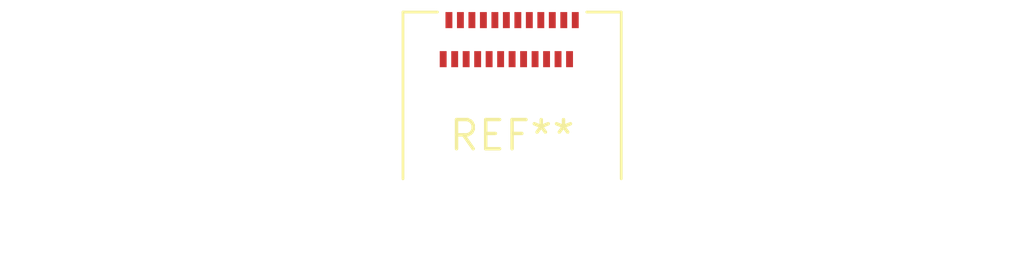
<source format=kicad_pcb>
(kicad_pcb (version 20240108) (generator pcbnew)
  (layers (0 "F.Cu" signal) (31 "B.Cu" signal) (34 "B.Paste" user) (35 "F.Paste" user) (36 "B.SilkS" user "B.Silkscreen") (37 "F.SilkS" user "F.Silkscreen") (38 "B.Mask" user) (39 "F.Mask" user) (44 "Edge.Cuts" user))
  (net 0 "")
  (footprint "USB_C_Receptacle_Amphenol_12401610E4-2A" (layer "F.Cu") (at 0 0)
    (property "Reference" "REF**")
    (property "Value" "USB_C_Receptacle_Amphenol_12401610E4-2A")
    (fp_line (start -4.75 -5.37) (end -4.75 1.89) (layer "F.SilkS") (stroke (width 0.12)))
    (fp_line (start -4.75 -5.37) (end -3.25 -5.37) (layer "F.SilkS") (stroke (width 0.12)))
    (fp_line (start 3.25 -5.37) (end 4.75 -5.37) (layer "F.SilkS") (stroke (width 0.12)))
    (fp_line (start 4.75 -5.37) (end 4.75 1.89) (layer "F.SilkS") (stroke (width 0.12)))
    (pad "" np_thru_hole circle (at -3.6 -4.36) (size 0.65 0.65) (drill 0.65) (layers *.Cu *.Mask))
    (pad "" np_thru_hole oval (at 3.6 -4.36) (size 0.95 0.65) (drill oval 0.95 0.65) (layers *.Cu *.Mask))
    (pad "A1" smd rect (at -2.75 -5.02) (size 0.3 0.7) (layers "F.Cu" "F.Paste" "F.Mask"))
    (pad "A2" smd rect (at -2.25 -5.02) (size 0.3 0.7) (layers "F.Cu" "F.Paste" "F.Mask"))
    (pad "A3" smd rect (at -1.75 -5.02) (size 0.3 0.7) (layers "F.Cu" "F.Paste" "F.Mask"))
    (pad "A4" smd rect (at -1.25 -5.02) (size 0.3 0.7) (layers "F.Cu" "F.Paste" "F.Mask"))
    (pad "A5" smd rect (at -0.75 -5.02) (size 0.3 0.7) (layers "F.Cu" "F.Paste" "F.Mask"))
    (pad "A6" smd rect (at -0.25 -5.02) (size 0.3 0.7) (layers "F.Cu" "F.Paste" "F.Mask"))
    (pad "A7" smd rect (at 0.25 -5.02) (size 0.3 0.7) (layers "F.Cu" "F.Paste" "F.Mask"))
    (pad "A8" smd rect (at 0.75 -5.02) (size 0.3 0.7) (layers "F.Cu" "F.Paste" "F.Mask"))
    (pad "A9" smd rect (at 1.25 -5.02) (size 0.3 0.7) (layers "F.Cu" "F.Paste" "F.Mask"))
    (pad "A10" smd rect (at 1.75 -5.02) (size 0.3 0.7) (layers "F.Cu" "F.Paste" "F.Mask"))
    (pad "A11" smd rect (at 2.25 -5.02) (size 0.3 0.7) (layers "F.Cu" "F.Paste" "F.Mask"))
    (pad "A12" smd rect (at 2.75 -5.02) (size 0.3 0.7) (layers "F.Cu" "F.Paste" "F.Mask"))
    (pad "B1" smd rect (at 2.5 -3.32) (size 0.3 0.7) (layers "F.Cu" "F.Paste" "F.Mask"))
    (pad "B2" smd rect (at 2 -3.32) (size 0.3 0.7) (layers "F.Cu" "F.Paste" "F.Mask"))
    (pad "B3" smd rect (at 1.5 -3.32) (size 0.3 0.7) (layers "F.Cu" "F.Paste" "F.Mask"))
    (pad "B4" smd rect (at 1 -3.32) (size 0.3 0.7) (layers "F.Cu" "F.Paste" "F.Mask"))
    (pad "B5" smd rect (at 0.5 -3.32) (size 0.3 0.7) (layers "F.Cu" "F.Paste" "F.Mask"))
    (pad "B6" smd rect (at 0 -3.32) (size 0.3 0.7) (layers "F.Cu" "F.Paste" "F.Mask"))
    (pad "B7" smd rect (at -0.5 -3.32) (size 0.3 0.7) (layers "F.Cu" "F.Paste" "F.Mask"))
    (pad "B8" smd rect (at -1 -3.32) (size 0.3 0.7) (layers "F.Cu" "F.Paste" "F.Mask"))
    (pad "B9" smd rect (at -1.5 -3.32) (size 0.3 0.7) (layers "F.Cu" "F.Paste" "F.Mask"))
    (pad "B10" smd rect (at -2 -3.32) (size 0.3 0.7) (layers "F.Cu" "F.Paste" "F.Mask"))
    (pad "B11" smd rect (at -2.5 -3.32) (size 0.3 0.7) (layers "F.Cu" "F.Paste" "F.Mask"))
    (pad "B12" smd rect (at -3 -3.32) (size 0.3 0.7) (layers "F.Cu" "F.Paste" "F.Mask"))
    (pad "S1" thru_hole oval (at -4.49 2.84) (size 0.8 1.4) (drill oval 0.5 1.1) (layers *.Cu *.Mask) (remove_unused_layers))
    (pad "S1" thru_hole oval (at -4.13 -3.11) (size 0.8 1.4) (drill oval 0.5 1.1) (layers *.Cu *.Mask) (remove_unused_layers))
    (pad "S1" thru_hole oval (at 4.13 -3.11) (size 0.8 1.4) (drill oval 0.5 1.1) (layers *.Cu *.Mask) (remove_unused_layers))
    (pad "S1" thru_hole oval (at 4.49 2.84) (size 0.8 1.4) (drill oval 0.5 1.1) (layers *.Cu *.Mask) (remove_unused_layers))
  )
)
</source>
